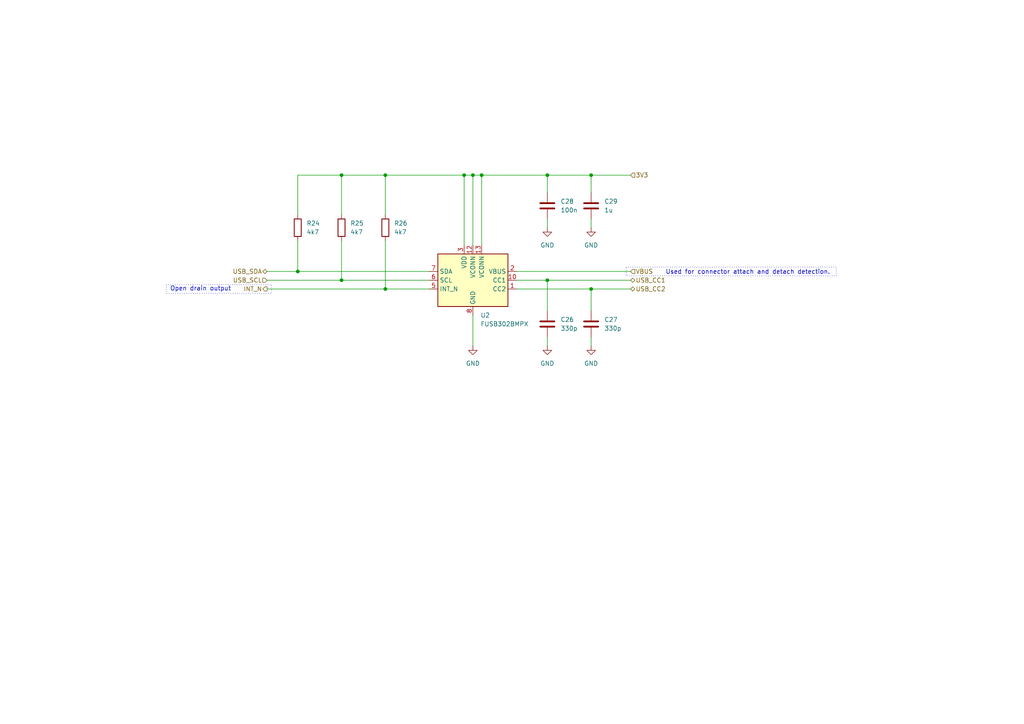
<source format=kicad_sch>
(kicad_sch
	(version 20231120)
	(generator "eeschema")
	(generator_version "8.0")
	(uuid "cf18768f-e332-4360-9e1a-91d7fc7e160c")
	(paper "A4")
	(lib_symbols
		(symbol "Device:C"
			(pin_numbers hide)
			(pin_names
				(offset 0.254)
			)
			(exclude_from_sim no)
			(in_bom yes)
			(on_board yes)
			(property "Reference" "C"
				(at 0.635 2.54 0)
				(effects
					(font
						(size 1.27 1.27)
					)
					(justify left)
				)
			)
			(property "Value" "C"
				(at 0.635 -2.54 0)
				(effects
					(font
						(size 1.27 1.27)
					)
					(justify left)
				)
			)
			(property "Footprint" ""
				(at 0.9652 -3.81 0)
				(effects
					(font
						(size 1.27 1.27)
					)
					(hide yes)
				)
			)
			(property "Datasheet" "~"
				(at 0 0 0)
				(effects
					(font
						(size 1.27 1.27)
					)
					(hide yes)
				)
			)
			(property "Description" "Unpolarized capacitor"
				(at 0 0 0)
				(effects
					(font
						(size 1.27 1.27)
					)
					(hide yes)
				)
			)
			(property "ki_keywords" "cap capacitor"
				(at 0 0 0)
				(effects
					(font
						(size 1.27 1.27)
					)
					(hide yes)
				)
			)
			(property "ki_fp_filters" "C_*"
				(at 0 0 0)
				(effects
					(font
						(size 1.27 1.27)
					)
					(hide yes)
				)
			)
			(symbol "C_0_1"
				(polyline
					(pts
						(xy -2.032 -0.762) (xy 2.032 -0.762)
					)
					(stroke
						(width 0.508)
						(type default)
					)
					(fill
						(type none)
					)
				)
				(polyline
					(pts
						(xy -2.032 0.762) (xy 2.032 0.762)
					)
					(stroke
						(width 0.508)
						(type default)
					)
					(fill
						(type none)
					)
				)
			)
			(symbol "C_1_1"
				(pin passive line
					(at 0 3.81 270)
					(length 2.794)
					(name "~"
						(effects
							(font
								(size 1.27 1.27)
							)
						)
					)
					(number "1"
						(effects
							(font
								(size 1.27 1.27)
							)
						)
					)
				)
				(pin passive line
					(at 0 -3.81 90)
					(length 2.794)
					(name "~"
						(effects
							(font
								(size 1.27 1.27)
							)
						)
					)
					(number "2"
						(effects
							(font
								(size 1.27 1.27)
							)
						)
					)
				)
			)
		)
		(symbol "Device:R"
			(pin_numbers hide)
			(pin_names
				(offset 0)
			)
			(exclude_from_sim no)
			(in_bom yes)
			(on_board yes)
			(property "Reference" "R"
				(at 2.032 0 90)
				(effects
					(font
						(size 1.27 1.27)
					)
				)
			)
			(property "Value" "R"
				(at 0 0 90)
				(effects
					(font
						(size 1.27 1.27)
					)
				)
			)
			(property "Footprint" ""
				(at -1.778 0 90)
				(effects
					(font
						(size 1.27 1.27)
					)
					(hide yes)
				)
			)
			(property "Datasheet" "~"
				(at 0 0 0)
				(effects
					(font
						(size 1.27 1.27)
					)
					(hide yes)
				)
			)
			(property "Description" "Resistor"
				(at 0 0 0)
				(effects
					(font
						(size 1.27 1.27)
					)
					(hide yes)
				)
			)
			(property "ki_keywords" "R res resistor"
				(at 0 0 0)
				(effects
					(font
						(size 1.27 1.27)
					)
					(hide yes)
				)
			)
			(property "ki_fp_filters" "R_*"
				(at 0 0 0)
				(effects
					(font
						(size 1.27 1.27)
					)
					(hide yes)
				)
			)
			(symbol "R_0_1"
				(rectangle
					(start -1.016 -2.54)
					(end 1.016 2.54)
					(stroke
						(width 0.254)
						(type default)
					)
					(fill
						(type none)
					)
				)
			)
			(symbol "R_1_1"
				(pin passive line
					(at 0 3.81 270)
					(length 1.27)
					(name "~"
						(effects
							(font
								(size 1.27 1.27)
							)
						)
					)
					(number "1"
						(effects
							(font
								(size 1.27 1.27)
							)
						)
					)
				)
				(pin passive line
					(at 0 -3.81 90)
					(length 1.27)
					(name "~"
						(effects
							(font
								(size 1.27 1.27)
							)
						)
					)
					(number "2"
						(effects
							(font
								(size 1.27 1.27)
							)
						)
					)
				)
			)
		)
		(symbol "Interface_USB:FUSB302BMPX"
			(exclude_from_sim no)
			(in_bom yes)
			(on_board yes)
			(property "Reference" "U"
				(at -10.16 8.89 0)
				(effects
					(font
						(size 1.27 1.27)
					)
					(justify left)
				)
			)
			(property "Value" "FUSB302BMPX"
				(at 3.81 8.89 0)
				(effects
					(font
						(size 1.27 1.27)
					)
					(justify left)
				)
			)
			(property "Footprint" "Package_DFN_QFN:WQFN-14-1EP_2.5x2.5mm_P0.5mm_EP1.45x1.45mm"
				(at 0 -12.7 0)
				(effects
					(font
						(size 1.27 1.27)
					)
					(hide yes)
				)
			)
			(property "Datasheet" "http://www.onsemi.com/pub/Collateral/FUSB302B-D.PDF"
				(at 2.54 -10.16 0)
				(effects
					(font
						(size 1.27 1.27)
					)
					(hide yes)
				)
			)
			(property "Description" "Programmable USB Type-C Controller w/PD, I2C address 0x22, WQFN-14"
				(at 0 0 0)
				(effects
					(font
						(size 1.27 1.27)
					)
					(hide yes)
				)
			)
			(property "ki_keywords" "USB USB-C PD Power Delivery PHY"
				(at 0 0 0)
				(effects
					(font
						(size 1.27 1.27)
					)
					(hide yes)
				)
			)
			(property "ki_fp_filters" "WQFN*1EP*2.5x2.5mm*P0.5mm*"
				(at 0 0 0)
				(effects
					(font
						(size 1.27 1.27)
					)
					(hide yes)
				)
			)
			(symbol "FUSB302BMPX_0_1"
				(rectangle
					(start -10.16 7.62)
					(end 10.16 -7.62)
					(stroke
						(width 0.254)
						(type default)
					)
					(fill
						(type background)
					)
				)
			)
			(symbol "FUSB302BMPX_1_1"
				(pin bidirectional line
					(at 12.7 -2.54 180)
					(length 2.54)
					(name "CC2"
						(effects
							(font
								(size 1.27 1.27)
							)
						)
					)
					(number "1"
						(effects
							(font
								(size 1.27 1.27)
							)
						)
					)
				)
				(pin bidirectional line
					(at 12.7 0 180)
					(length 2.54)
					(name "CC1"
						(effects
							(font
								(size 1.27 1.27)
							)
						)
					)
					(number "10"
						(effects
							(font
								(size 1.27 1.27)
							)
						)
					)
				)
				(pin bidirectional line
					(at 12.7 0 180)
					(length 2.54) hide
					(name "CC1"
						(effects
							(font
								(size 1.27 1.27)
							)
						)
					)
					(number "11"
						(effects
							(font
								(size 1.27 1.27)
							)
						)
					)
				)
				(pin power_in line
					(at 0 10.16 270)
					(length 2.54)
					(name "VCONN"
						(effects
							(font
								(size 1.27 1.27)
							)
						)
					)
					(number "12"
						(effects
							(font
								(size 1.27 1.27)
							)
						)
					)
				)
				(pin power_in line
					(at 2.54 10.16 270)
					(length 2.54)
					(name "VCONN"
						(effects
							(font
								(size 1.27 1.27)
							)
						)
					)
					(number "13"
						(effects
							(font
								(size 1.27 1.27)
							)
						)
					)
				)
				(pin bidirectional line
					(at 12.7 -2.54 180)
					(length 2.54) hide
					(name "CC2"
						(effects
							(font
								(size 1.27 1.27)
							)
						)
					)
					(number "14"
						(effects
							(font
								(size 1.27 1.27)
							)
						)
					)
				)
				(pin passive line
					(at 0 -10.16 90)
					(length 2.54) hide
					(name "GND"
						(effects
							(font
								(size 1.27 1.27)
							)
						)
					)
					(number "15"
						(effects
							(font
								(size 1.27 1.27)
							)
						)
					)
				)
				(pin input line
					(at 12.7 2.54 180)
					(length 2.54)
					(name "VBUS"
						(effects
							(font
								(size 1.27 1.27)
							)
						)
					)
					(number "2"
						(effects
							(font
								(size 1.27 1.27)
							)
						)
					)
				)
				(pin power_in line
					(at -2.54 10.16 270)
					(length 2.54)
					(name "VDD"
						(effects
							(font
								(size 1.27 1.27)
							)
						)
					)
					(number "3"
						(effects
							(font
								(size 1.27 1.27)
							)
						)
					)
				)
				(pin passive line
					(at -2.54 10.16 270)
					(length 2.54) hide
					(name "VDD"
						(effects
							(font
								(size 1.27 1.27)
							)
						)
					)
					(number "4"
						(effects
							(font
								(size 1.27 1.27)
							)
						)
					)
				)
				(pin open_collector line
					(at -12.7 -2.54 0)
					(length 2.54)
					(name "INT_N"
						(effects
							(font
								(size 1.27 1.27)
							)
						)
					)
					(number "5"
						(effects
							(font
								(size 1.27 1.27)
							)
						)
					)
				)
				(pin input line
					(at -12.7 0 0)
					(length 2.54)
					(name "SCL"
						(effects
							(font
								(size 1.27 1.27)
							)
						)
					)
					(number "6"
						(effects
							(font
								(size 1.27 1.27)
							)
						)
					)
				)
				(pin bidirectional line
					(at -12.7 2.54 0)
					(length 2.54)
					(name "SDA"
						(effects
							(font
								(size 1.27 1.27)
							)
						)
					)
					(number "7"
						(effects
							(font
								(size 1.27 1.27)
							)
						)
					)
				)
				(pin power_in line
					(at 0 -10.16 90)
					(length 2.54)
					(name "GND"
						(effects
							(font
								(size 1.27 1.27)
							)
						)
					)
					(number "8"
						(effects
							(font
								(size 1.27 1.27)
							)
						)
					)
				)
				(pin passive line
					(at 0 -10.16 90)
					(length 2.54) hide
					(name "GND"
						(effects
							(font
								(size 1.27 1.27)
							)
						)
					)
					(number "9"
						(effects
							(font
								(size 1.27 1.27)
							)
						)
					)
				)
			)
		)
		(symbol "power:GND"
			(power)
			(pin_numbers hide)
			(pin_names
				(offset 0) hide)
			(exclude_from_sim no)
			(in_bom yes)
			(on_board yes)
			(property "Reference" "#PWR"
				(at 0 -6.35 0)
				(effects
					(font
						(size 1.27 1.27)
					)
					(hide yes)
				)
			)
			(property "Value" "GND"
				(at 0 -3.81 0)
				(effects
					(font
						(size 1.27 1.27)
					)
				)
			)
			(property "Footprint" ""
				(at 0 0 0)
				(effects
					(font
						(size 1.27 1.27)
					)
					(hide yes)
				)
			)
			(property "Datasheet" ""
				(at 0 0 0)
				(effects
					(font
						(size 1.27 1.27)
					)
					(hide yes)
				)
			)
			(property "Description" "Power symbol creates a global label with name \"GND\" , ground"
				(at 0 0 0)
				(effects
					(font
						(size 1.27 1.27)
					)
					(hide yes)
				)
			)
			(property "ki_keywords" "global power"
				(at 0 0 0)
				(effects
					(font
						(size 1.27 1.27)
					)
					(hide yes)
				)
			)
			(symbol "GND_0_1"
				(polyline
					(pts
						(xy 0 0) (xy 0 -1.27) (xy 1.27 -1.27) (xy 0 -2.54) (xy -1.27 -1.27) (xy 0 -1.27)
					)
					(stroke
						(width 0)
						(type default)
					)
					(fill
						(type none)
					)
				)
			)
			(symbol "GND_1_1"
				(pin power_in line
					(at 0 0 270)
					(length 0)
					(name "~"
						(effects
							(font
								(size 1.27 1.27)
							)
						)
					)
					(number "1"
						(effects
							(font
								(size 1.27 1.27)
							)
						)
					)
				)
			)
		)
	)
	(junction
		(at 99.06 81.28)
		(diameter 0)
		(color 0 0 0 0)
		(uuid "23297147-137a-49cb-a44f-36153987b391")
	)
	(junction
		(at 158.75 81.28)
		(diameter 0)
		(color 0 0 0 0)
		(uuid "2764c259-3449-4499-b137-5cd9fc6f8dda")
	)
	(junction
		(at 111.76 50.8)
		(diameter 0)
		(color 0 0 0 0)
		(uuid "38c49ac8-e0f6-4b8f-a196-fde4760aa6a1")
	)
	(junction
		(at 111.76 83.82)
		(diameter 0)
		(color 0 0 0 0)
		(uuid "6725b7df-0bcd-434c-b8ee-91ba2ab81518")
	)
	(junction
		(at 139.7 50.8)
		(diameter 0)
		(color 0 0 0 0)
		(uuid "8b7099a6-062a-4f11-8b83-c5b33c770c3a")
	)
	(junction
		(at 158.75 50.8)
		(diameter 0)
		(color 0 0 0 0)
		(uuid "91a86896-8638-40d8-8263-92b067c89a61")
	)
	(junction
		(at 134.62 50.8)
		(diameter 0)
		(color 0 0 0 0)
		(uuid "ab8000d7-4bdf-4a9b-ad7d-102338c9881f")
	)
	(junction
		(at 86.36 78.74)
		(diameter 0)
		(color 0 0 0 0)
		(uuid "b0de9803-fe8b-4ea2-ac83-c520f40ed41d")
	)
	(junction
		(at 99.06 50.8)
		(diameter 0)
		(color 0 0 0 0)
		(uuid "b26596ff-4c8a-40a5-aec6-d0b837f5e38b")
	)
	(junction
		(at 171.45 83.82)
		(diameter 0)
		(color 0 0 0 0)
		(uuid "bbec7683-696c-4cbb-bab4-693c1a3abba4")
	)
	(junction
		(at 137.16 50.8)
		(diameter 0)
		(color 0 0 0 0)
		(uuid "d9349005-d4ee-4d15-a935-0d3bb599f10c")
	)
	(junction
		(at 171.45 50.8)
		(diameter 0)
		(color 0 0 0 0)
		(uuid "db7177ea-fead-48af-8246-a4ff54ec557c")
	)
	(wire
		(pts
			(xy 171.45 83.82) (xy 182.88 83.82)
		)
		(stroke
			(width 0)
			(type default)
		)
		(uuid "02096940-a8d7-4a95-85ac-41c2a7771eaf")
	)
	(wire
		(pts
			(xy 99.06 50.8) (xy 111.76 50.8)
		)
		(stroke
			(width 0)
			(type default)
		)
		(uuid "02e4d3f0-ea3a-478d-ad6a-6673a4ae94e0")
	)
	(wire
		(pts
			(xy 134.62 50.8) (xy 134.62 71.12)
		)
		(stroke
			(width 0)
			(type default)
		)
		(uuid "05a5e866-0067-441e-9f41-d904ada9dfce")
	)
	(wire
		(pts
			(xy 111.76 69.85) (xy 111.76 83.82)
		)
		(stroke
			(width 0)
			(type default)
		)
		(uuid "0ae3d16a-e4d6-4d32-ba93-acbdcbec48e7")
	)
	(wire
		(pts
			(xy 77.47 78.74) (xy 86.36 78.74)
		)
		(stroke
			(width 0)
			(type default)
		)
		(uuid "0e060beb-bb33-4ad3-85e6-9c6a6c99682d")
	)
	(wire
		(pts
			(xy 111.76 83.82) (xy 124.46 83.82)
		)
		(stroke
			(width 0)
			(type default)
		)
		(uuid "0f3ff346-3be0-4fc8-a41e-8dedfcd4ed9a")
	)
	(wire
		(pts
			(xy 171.45 63.5) (xy 171.45 66.04)
		)
		(stroke
			(width 0)
			(type default)
		)
		(uuid "13e5d174-8d1a-44a2-9e22-5d0dc124533a")
	)
	(wire
		(pts
			(xy 171.45 97.79) (xy 171.45 100.33)
		)
		(stroke
			(width 0)
			(type default)
		)
		(uuid "160f4384-5bd5-495a-90ba-6dffe215ea19")
	)
	(wire
		(pts
			(xy 139.7 50.8) (xy 139.7 71.12)
		)
		(stroke
			(width 0)
			(type default)
		)
		(uuid "294b15e8-85c6-4be0-80bf-791256e31aa2")
	)
	(wire
		(pts
			(xy 149.86 78.74) (xy 182.88 78.74)
		)
		(stroke
			(width 0)
			(type default)
		)
		(uuid "3439cecf-5904-4b4b-83c6-33425d6d6587")
	)
	(wire
		(pts
			(xy 149.86 83.82) (xy 171.45 83.82)
		)
		(stroke
			(width 0)
			(type default)
		)
		(uuid "38580a4e-0af8-4a60-bac6-695f22f75f97")
	)
	(wire
		(pts
			(xy 139.7 50.8) (xy 137.16 50.8)
		)
		(stroke
			(width 0)
			(type default)
		)
		(uuid "3db42619-40ac-4a10-a6ce-4b20c35fac53")
	)
	(wire
		(pts
			(xy 86.36 78.74) (xy 124.46 78.74)
		)
		(stroke
			(width 0)
			(type default)
		)
		(uuid "3ed68796-3f63-4b5c-9a91-5d66d5d888cb")
	)
	(wire
		(pts
			(xy 137.16 50.8) (xy 134.62 50.8)
		)
		(stroke
			(width 0)
			(type default)
		)
		(uuid "44d8d7d8-724b-4ff1-b36e-ee9d6f1fc3d1")
	)
	(wire
		(pts
			(xy 182.88 50.8) (xy 171.45 50.8)
		)
		(stroke
			(width 0)
			(type default)
		)
		(uuid "4edda6ec-370c-438b-a731-0bb170a73861")
	)
	(wire
		(pts
			(xy 86.36 50.8) (xy 99.06 50.8)
		)
		(stroke
			(width 0)
			(type default)
		)
		(uuid "58f7a626-22fe-4bf6-a810-3579a519b8ce")
	)
	(wire
		(pts
			(xy 86.36 69.85) (xy 86.36 78.74)
		)
		(stroke
			(width 0)
			(type default)
		)
		(uuid "59dfbfb0-979e-437d-a12c-191b21ac9227")
	)
	(wire
		(pts
			(xy 158.75 50.8) (xy 158.75 55.88)
		)
		(stroke
			(width 0)
			(type default)
		)
		(uuid "67efef76-fd79-40f4-a8de-01c620f8dada")
	)
	(wire
		(pts
			(xy 111.76 50.8) (xy 134.62 50.8)
		)
		(stroke
			(width 0)
			(type default)
		)
		(uuid "6fecb408-3be1-4852-a627-6684d9cde006")
	)
	(wire
		(pts
			(xy 158.75 50.8) (xy 139.7 50.8)
		)
		(stroke
			(width 0)
			(type default)
		)
		(uuid "70cb75b5-6c07-4bad-b8b9-871063ac31fb")
	)
	(wire
		(pts
			(xy 171.45 50.8) (xy 158.75 50.8)
		)
		(stroke
			(width 0)
			(type default)
		)
		(uuid "7356d0e6-a27e-49cc-b1b8-991038d06520")
	)
	(wire
		(pts
			(xy 111.76 50.8) (xy 111.76 62.23)
		)
		(stroke
			(width 0)
			(type default)
		)
		(uuid "81d6341a-223f-4a41-a84b-6047501f39f1")
	)
	(wire
		(pts
			(xy 99.06 81.28) (xy 124.46 81.28)
		)
		(stroke
			(width 0)
			(type default)
		)
		(uuid "859400cb-cd0f-4027-9959-8fe70aec0401")
	)
	(wire
		(pts
			(xy 77.47 83.82) (xy 111.76 83.82)
		)
		(stroke
			(width 0)
			(type default)
		)
		(uuid "87b4e798-1338-443c-af5a-6203c79e0aef")
	)
	(wire
		(pts
			(xy 158.75 97.79) (xy 158.75 100.33)
		)
		(stroke
			(width 0)
			(type default)
		)
		(uuid "8c275f90-ac8c-4719-9796-03bd11cd67a3")
	)
	(wire
		(pts
			(xy 158.75 81.28) (xy 182.88 81.28)
		)
		(stroke
			(width 0)
			(type default)
		)
		(uuid "9dfb8cd9-80d7-48fd-8576-d4ecf9f1664f")
	)
	(wire
		(pts
			(xy 158.75 63.5) (xy 158.75 66.04)
		)
		(stroke
			(width 0)
			(type default)
		)
		(uuid "a0bd4c7a-982a-4b49-867c-17ffc8481d5d")
	)
	(wire
		(pts
			(xy 158.75 81.28) (xy 149.86 81.28)
		)
		(stroke
			(width 0)
			(type default)
		)
		(uuid "a32ff343-eb28-4692-b40d-1cf6350dc88a")
	)
	(wire
		(pts
			(xy 137.16 100.33) (xy 137.16 91.44)
		)
		(stroke
			(width 0)
			(type default)
		)
		(uuid "a4c23758-80b4-4b3c-ac15-df1f31fe6222")
	)
	(wire
		(pts
			(xy 77.47 81.28) (xy 99.06 81.28)
		)
		(stroke
			(width 0)
			(type default)
		)
		(uuid "c05d7de3-7fdd-4faf-a0c3-fc6e29f03543")
	)
	(wire
		(pts
			(xy 158.75 90.17) (xy 158.75 81.28)
		)
		(stroke
			(width 0)
			(type default)
		)
		(uuid "c6cc11d9-3b26-4fd9-9444-8a07964e9214")
	)
	(wire
		(pts
			(xy 99.06 69.85) (xy 99.06 81.28)
		)
		(stroke
			(width 0)
			(type default)
		)
		(uuid "d24bda3e-c94a-48ec-b66a-adf3cc1cc8ba")
	)
	(wire
		(pts
			(xy 99.06 50.8) (xy 99.06 62.23)
		)
		(stroke
			(width 0)
			(type default)
		)
		(uuid "d286fc0d-1f05-4ae2-8071-aa1ec47fc640")
	)
	(wire
		(pts
			(xy 171.45 50.8) (xy 171.45 55.88)
		)
		(stroke
			(width 0)
			(type default)
		)
		(uuid "e42b7bdb-9d31-4141-8dd7-9d313339ee68")
	)
	(wire
		(pts
			(xy 86.36 62.23) (xy 86.36 50.8)
		)
		(stroke
			(width 0)
			(type default)
		)
		(uuid "e5ad6a60-586b-4724-8d78-820f16fa9498")
	)
	(wire
		(pts
			(xy 137.16 50.8) (xy 137.16 71.12)
		)
		(stroke
			(width 0)
			(type default)
		)
		(uuid "f2313f57-d658-4aab-9c73-eb2ed87c8a26")
	)
	(wire
		(pts
			(xy 171.45 83.82) (xy 171.45 90.17)
		)
		(stroke
			(width 0)
			(type default)
		)
		(uuid "f861ffc2-2645-40e3-856e-04599c6a8bc8")
	)
	(rectangle
		(start 181.61 77.47)
		(end 242.57 80.01)
		(stroke
			(width 0)
			(type dot)
		)
		(fill
			(type none)
		)
		(uuid 411e97fc-97f9-4f53-a5ab-62b677d4ac24)
	)
	(rectangle
		(start 48.26 82.55)
		(end 78.74 85.09)
		(stroke
			(width 0)
			(type dot)
		)
		(fill
			(type none)
		)
		(uuid ebb01914-854f-47a2-a4b1-a0bbcb2043bf)
	)
	(text "Open drain output "
		(exclude_from_sim no)
		(at 58.674 83.82 0)
		(effects
			(font
				(size 1.27 1.27)
			)
		)
		(uuid "0afa761b-3f3b-40cd-8a8c-bca1c65362a4")
	)
	(text "Used for connector attach and detach detection."
		(exclude_from_sim no)
		(at 216.916 78.994 0)
		(effects
			(font
				(size 1.27 1.27)
			)
		)
		(uuid "8f1651d7-ec32-42b5-969e-56ece6d391f0")
	)
	(hierarchical_label "USB_CC2"
		(shape bidirectional)
		(at 182.88 83.82 0)
		(effects
			(font
				(size 1.27 1.27)
			)
			(justify left)
		)
		(uuid "0b6e9446-0c3d-4dd4-9568-e7e10d6e82db")
	)
	(hierarchical_label "INT_N"
		(shape output)
		(at 77.47 83.82 180)
		(effects
			(font
				(size 1.27 1.27)
			)
			(justify right)
		)
		(uuid "2ae8ab22-578e-4651-b894-75f6a37c6513")
	)
	(hierarchical_label "USB_SCL"
		(shape input)
		(at 77.47 81.28 180)
		(effects
			(font
				(size 1.27 1.27)
			)
			(justify right)
		)
		(uuid "39a963ec-d763-4750-ac80-899c9424b902")
	)
	(hierarchical_label "VBUS"
		(shape input)
		(at 182.88 78.74 0)
		(effects
			(font
				(size 1.27 1.27)
			)
			(justify left)
		)
		(uuid "8836e620-6a23-409c-ab3f-e42a18d0af1f")
	)
	(hierarchical_label "USB_SDA"
		(shape bidirectional)
		(at 77.47 78.74 180)
		(effects
			(font
				(size 1.27 1.27)
			)
			(justify right)
		)
		(uuid "89932096-f300-41d4-be7a-1583c2c19679")
	)
	(hierarchical_label "USB_CC1"
		(shape bidirectional)
		(at 182.88 81.28 0)
		(effects
			(font
				(size 1.27 1.27)
			)
			(justify left)
		)
		(uuid "90fb2ce8-8b9b-49e4-9c0e-6d3c6548f9b4")
	)
	(hierarchical_label "3V3"
		(shape input)
		(at 182.88 50.8 0)
		(effects
			(font
				(size 1.27 1.27)
			)
			(justify left)
		)
		(uuid "a5cddf03-dbe4-4947-b2e3-06ca6fd3e663")
	)
	(symbol
		(lib_id "power:GND")
		(at 171.45 66.04 0)
		(unit 1)
		(exclude_from_sim no)
		(in_bom yes)
		(on_board yes)
		(dnp no)
		(fields_autoplaced yes)
		(uuid "1d8f481e-8b91-48eb-9902-ebe4b703d732")
		(property "Reference" "#PWR053"
			(at 171.45 72.39 0)
			(effects
				(font
					(size 1.27 1.27)
				)
				(hide yes)
			)
		)
		(property "Value" "GND"
			(at 171.45 71.12 0)
			(effects
				(font
					(size 1.27 1.27)
				)
			)
		)
		(property "Footprint" ""
			(at 171.45 66.04 0)
			(effects
				(font
					(size 1.27 1.27)
				)
				(hide yes)
			)
		)
		(property "Datasheet" ""
			(at 171.45 66.04 0)
			(effects
				(font
					(size 1.27 1.27)
				)
				(hide yes)
			)
		)
		(property "Description" "Power symbol creates a global label with name \"GND\" , ground"
			(at 171.45 66.04 0)
			(effects
				(font
					(size 1.27 1.27)
				)
				(hide yes)
			)
		)
		(pin "1"
			(uuid "789cdce1-0f69-45f9-b780-d9a507e5d447")
		)
		(instances
			(project "obvod"
				(path "/e8e834c4-1afb-42f7-b718-3cb720dae1d5/fdd3d46b-c5ef-429c-ba04-a467d2c6100e"
					(reference "#PWR053")
					(unit 1)
				)
			)
		)
	)
	(symbol
		(lib_id "Device:C")
		(at 158.75 93.98 0)
		(unit 1)
		(exclude_from_sim no)
		(in_bom yes)
		(on_board yes)
		(dnp no)
		(fields_autoplaced yes)
		(uuid "1f555d32-117f-44f8-be6b-2bbb70efa17e")
		(property "Reference" "C26"
			(at 162.56 92.7099 0)
			(effects
				(font
					(size 1.27 1.27)
				)
				(justify left)
			)
		)
		(property "Value" "330p"
			(at 162.56 95.2499 0)
			(effects
				(font
					(size 1.27 1.27)
				)
				(justify left)
			)
		)
		(property "Footprint" "Capacitor_SMD:C_0402_1005Metric"
			(at 159.7152 97.79 0)
			(effects
				(font
					(size 1.27 1.27)
				)
				(hide yes)
			)
		)
		(property "Datasheet" "~"
			(at 158.75 93.98 0)
			(effects
				(font
					(size 1.27 1.27)
				)
				(hide yes)
			)
		)
		(property "Description" "Unpolarized capacitor"
			(at 158.75 93.98 0)
			(effects
				(font
					(size 1.27 1.27)
				)
				(hide yes)
			)
		)
		(pin "2"
			(uuid "8da92b0f-59c5-4916-8012-626bc5c965f5")
		)
		(pin "1"
			(uuid "2b902f0d-8f53-4ec7-9c8a-fc2972115652")
		)
		(instances
			(project ""
				(path "/e8e834c4-1afb-42f7-b718-3cb720dae1d5/fdd3d46b-c5ef-429c-ba04-a467d2c6100e"
					(reference "C26")
					(unit 1)
				)
			)
		)
	)
	(symbol
		(lib_id "Device:R")
		(at 86.36 66.04 0)
		(unit 1)
		(exclude_from_sim no)
		(in_bom yes)
		(on_board yes)
		(dnp no)
		(fields_autoplaced yes)
		(uuid "2b297a0e-c0ac-4de7-8d9d-20a7e632185b")
		(property "Reference" "R24"
			(at 88.9 64.7699 0)
			(effects
				(font
					(size 1.27 1.27)
				)
				(justify left)
			)
		)
		(property "Value" "4k7"
			(at 88.9 67.3099 0)
			(effects
				(font
					(size 1.27 1.27)
				)
				(justify left)
			)
		)
		(property "Footprint" "Resistor_SMD:R_0402_1005Metric"
			(at 84.582 66.04 90)
			(effects
				(font
					(size 1.27 1.27)
				)
				(hide yes)
			)
		)
		(property "Datasheet" "~"
			(at 86.36 66.04 0)
			(effects
				(font
					(size 1.27 1.27)
				)
				(hide yes)
			)
		)
		(property "Description" "Resistor"
			(at 86.36 66.04 0)
			(effects
				(font
					(size 1.27 1.27)
				)
				(hide yes)
			)
		)
		(pin "1"
			(uuid "a1eff955-2b99-4e2f-ad4c-22cd18265ebc")
		)
		(pin "2"
			(uuid "1c475e44-4360-41e9-93b6-56412f2abbb1")
		)
		(instances
			(project ""
				(path "/e8e834c4-1afb-42f7-b718-3cb720dae1d5/fdd3d46b-c5ef-429c-ba04-a467d2c6100e"
					(reference "R24")
					(unit 1)
				)
			)
		)
	)
	(symbol
		(lib_id "power:GND")
		(at 158.75 66.04 0)
		(unit 1)
		(exclude_from_sim no)
		(in_bom yes)
		(on_board yes)
		(dnp no)
		(fields_autoplaced yes)
		(uuid "3760edf5-a1e6-4884-80af-e6e9b7765581")
		(property "Reference" "#PWR052"
			(at 158.75 72.39 0)
			(effects
				(font
					(size 1.27 1.27)
				)
				(hide yes)
			)
		)
		(property "Value" "GND"
			(at 158.75 71.12 0)
			(effects
				(font
					(size 1.27 1.27)
				)
			)
		)
		(property "Footprint" ""
			(at 158.75 66.04 0)
			(effects
				(font
					(size 1.27 1.27)
				)
				(hide yes)
			)
		)
		(property "Datasheet" ""
			(at 158.75 66.04 0)
			(effects
				(font
					(size 1.27 1.27)
				)
				(hide yes)
			)
		)
		(property "Description" "Power symbol creates a global label with name \"GND\" , ground"
			(at 158.75 66.04 0)
			(effects
				(font
					(size 1.27 1.27)
				)
				(hide yes)
			)
		)
		(pin "1"
			(uuid "60011064-a5f6-4ae0-919f-40bc3601551c")
		)
		(instances
			(project "obvod"
				(path "/e8e834c4-1afb-42f7-b718-3cb720dae1d5/fdd3d46b-c5ef-429c-ba04-a467d2c6100e"
					(reference "#PWR052")
					(unit 1)
				)
			)
		)
	)
	(symbol
		(lib_id "power:GND")
		(at 137.16 100.33 0)
		(unit 1)
		(exclude_from_sim no)
		(in_bom yes)
		(on_board yes)
		(dnp no)
		(fields_autoplaced yes)
		(uuid "6583faac-c5ef-4c4b-bd5a-04431ff69865")
		(property "Reference" "#PWR048"
			(at 137.16 106.68 0)
			(effects
				(font
					(size 1.27 1.27)
				)
				(hide yes)
			)
		)
		(property "Value" "GND"
			(at 137.16 105.41 0)
			(effects
				(font
					(size 1.27 1.27)
				)
			)
		)
		(property "Footprint" ""
			(at 137.16 100.33 0)
			(effects
				(font
					(size 1.27 1.27)
				)
				(hide yes)
			)
		)
		(property "Datasheet" ""
			(at 137.16 100.33 0)
			(effects
				(font
					(size 1.27 1.27)
				)
				(hide yes)
			)
		)
		(property "Description" "Power symbol creates a global label with name \"GND\" , ground"
			(at 137.16 100.33 0)
			(effects
				(font
					(size 1.27 1.27)
				)
				(hide yes)
			)
		)
		(pin "1"
			(uuid "cf020140-1e64-4683-b028-6fe01b8e57e8")
		)
		(instances
			(project ""
				(path "/e8e834c4-1afb-42f7-b718-3cb720dae1d5/fdd3d46b-c5ef-429c-ba04-a467d2c6100e"
					(reference "#PWR048")
					(unit 1)
				)
			)
		)
	)
	(symbol
		(lib_id "Interface_USB:FUSB302BMPX")
		(at 137.16 81.28 0)
		(unit 1)
		(exclude_from_sim no)
		(in_bom yes)
		(on_board yes)
		(dnp no)
		(fields_autoplaced yes)
		(uuid "98818bc1-07dc-4f7a-8700-9f341b0e517c")
		(property "Reference" "U2"
			(at 139.3541 91.44 0)
			(effects
				(font
					(size 1.27 1.27)
				)
				(justify left)
			)
		)
		(property "Value" "FUSB302BMPX"
			(at 139.3541 93.98 0)
			(effects
				(font
					(size 1.27 1.27)
				)
				(justify left)
			)
		)
		(property "Footprint" "Package_DFN_QFN:WQFN-14-1EP_2.5x2.5mm_P0.5mm_EP1.45x1.45mm"
			(at 137.16 93.98 0)
			(effects
				(font
					(size 1.27 1.27)
				)
				(hide yes)
			)
		)
		(property "Datasheet" "http://www.onsemi.com/pub/Collateral/FUSB302B-D.PDF"
			(at 139.7 91.44 0)
			(effects
				(font
					(size 1.27 1.27)
				)
				(hide yes)
			)
		)
		(property "Description" "Programmable USB Type-C Controller w/PD, I2C address 0x22, WQFN-14"
			(at 137.16 81.28 0)
			(effects
				(font
					(size 1.27 1.27)
				)
				(hide yes)
			)
		)
		(pin "9"
			(uuid "445572c5-7f17-45f6-bf34-ab11ba2f6944")
		)
		(pin "8"
			(uuid "9632f2fc-d644-49d8-9b26-b405f0b214bd")
		)
		(pin "6"
			(uuid "e34bc61c-3a85-4e29-b35d-15dbc11de224")
		)
		(pin "5"
			(uuid "9c2c981d-b9d0-4357-83ef-eb6609e8dc7d")
		)
		(pin "7"
			(uuid "df10063d-77c1-47b2-8a52-c4bcd5978bd2")
		)
		(pin "4"
			(uuid "3d4be1b6-b70a-4831-a9c5-8353a09d18af")
		)
		(pin "3"
			(uuid "b628538a-2258-44be-8dea-a72f73f40efe")
		)
		(pin "10"
			(uuid "30721faf-f5e4-4e6a-8fb7-401f0de7795c")
		)
		(pin "14"
			(uuid "993c2f6a-74a5-44cb-94fd-5228f911cd5a")
		)
		(pin "2"
			(uuid "445fe16f-6cdf-48f8-aa3f-af9f61386b10")
		)
		(pin "1"
			(uuid "6f26c029-e76e-4f1a-98ff-077227680907")
		)
		(pin "13"
			(uuid "19ee1490-6313-41a9-b073-8d80ef27ad32")
		)
		(pin "15"
			(uuid "c99843d7-4ec0-42e7-8ddc-f046b602b1f4")
		)
		(pin "12"
			(uuid "16699ec2-862b-4055-9e73-9ef18d12ced1")
		)
		(pin "11"
			(uuid "9410635a-81af-4089-99b5-76c019922eb6")
		)
		(instances
			(project "obvod"
				(path "/e8e834c4-1afb-42f7-b718-3cb720dae1d5/fdd3d46b-c5ef-429c-ba04-a467d2c6100e"
					(reference "U2")
					(unit 1)
				)
			)
		)
	)
	(symbol
		(lib_id "Device:R")
		(at 99.06 66.04 0)
		(unit 1)
		(exclude_from_sim no)
		(in_bom yes)
		(on_board yes)
		(dnp no)
		(fields_autoplaced yes)
		(uuid "9e3bd00a-46be-41cc-beb2-411cae3eed50")
		(property "Reference" "R25"
			(at 101.6 64.7699 0)
			(effects
				(font
					(size 1.27 1.27)
				)
				(justify left)
			)
		)
		(property "Value" "4k7"
			(at 101.6 67.3099 0)
			(effects
				(font
					(size 1.27 1.27)
				)
				(justify left)
			)
		)
		(property "Footprint" "Resistor_SMD:R_0402_1005Metric"
			(at 97.282 66.04 90)
			(effects
				(font
					(size 1.27 1.27)
				)
				(hide yes)
			)
		)
		(property "Datasheet" "~"
			(at 99.06 66.04 0)
			(effects
				(font
					(size 1.27 1.27)
				)
				(hide yes)
			)
		)
		(property "Description" "Resistor"
			(at 99.06 66.04 0)
			(effects
				(font
					(size 1.27 1.27)
				)
				(hide yes)
			)
		)
		(pin "1"
			(uuid "8e77c912-8d8e-4cb1-932a-d82c76b1468a")
		)
		(pin "2"
			(uuid "fdf6b70e-12ad-4594-b9b3-029f6fe37441")
		)
		(instances
			(project "obvod"
				(path "/e8e834c4-1afb-42f7-b718-3cb720dae1d5/fdd3d46b-c5ef-429c-ba04-a467d2c6100e"
					(reference "R25")
					(unit 1)
				)
			)
		)
	)
	(symbol
		(lib_id "Device:C")
		(at 171.45 59.69 0)
		(unit 1)
		(exclude_from_sim no)
		(in_bom yes)
		(on_board yes)
		(dnp no)
		(fields_autoplaced yes)
		(uuid "9e5e6512-a942-49a9-a8b5-66101d84ecf9")
		(property "Reference" "C29"
			(at 175.26 58.4199 0)
			(effects
				(font
					(size 1.27 1.27)
				)
				(justify left)
			)
		)
		(property "Value" "1u"
			(at 175.26 60.9599 0)
			(effects
				(font
					(size 1.27 1.27)
				)
				(justify left)
			)
		)
		(property "Footprint" "Capacitor_SMD:C_0603_1608Metric"
			(at 172.4152 63.5 0)
			(effects
				(font
					(size 1.27 1.27)
				)
				(hide yes)
			)
		)
		(property "Datasheet" "~"
			(at 171.45 59.69 0)
			(effects
				(font
					(size 1.27 1.27)
				)
				(hide yes)
			)
		)
		(property "Description" "Unpolarized capacitor"
			(at 171.45 59.69 0)
			(effects
				(font
					(size 1.27 1.27)
				)
				(hide yes)
			)
		)
		(pin "2"
			(uuid "5a15a5dc-c7fc-4aa6-8b7b-8a652787cbd4")
		)
		(pin "1"
			(uuid "f8c88954-00f5-4bbb-9acc-bf4bb7eda8a1")
		)
		(instances
			(project ""
				(path "/e8e834c4-1afb-42f7-b718-3cb720dae1d5/fdd3d46b-c5ef-429c-ba04-a467d2c6100e"
					(reference "C29")
					(unit 1)
				)
			)
		)
	)
	(symbol
		(lib_id "power:GND")
		(at 158.75 100.33 0)
		(unit 1)
		(exclude_from_sim no)
		(in_bom yes)
		(on_board yes)
		(dnp no)
		(fields_autoplaced yes)
		(uuid "a5a61300-60d7-46db-8fb2-73fd3dddfb89")
		(property "Reference" "#PWR050"
			(at 158.75 106.68 0)
			(effects
				(font
					(size 1.27 1.27)
				)
				(hide yes)
			)
		)
		(property "Value" "GND"
			(at 158.75 105.41 0)
			(effects
				(font
					(size 1.27 1.27)
				)
			)
		)
		(property "Footprint" ""
			(at 158.75 100.33 0)
			(effects
				(font
					(size 1.27 1.27)
				)
				(hide yes)
			)
		)
		(property "Datasheet" ""
			(at 158.75 100.33 0)
			(effects
				(font
					(size 1.27 1.27)
				)
				(hide yes)
			)
		)
		(property "Description" "Power symbol creates a global label with name \"GND\" , ground"
			(at 158.75 100.33 0)
			(effects
				(font
					(size 1.27 1.27)
				)
				(hide yes)
			)
		)
		(pin "1"
			(uuid "2feb7bdb-63bd-4a7c-b373-0b5f3f7fc507")
		)
		(instances
			(project "obvod"
				(path "/e8e834c4-1afb-42f7-b718-3cb720dae1d5/fdd3d46b-c5ef-429c-ba04-a467d2c6100e"
					(reference "#PWR050")
					(unit 1)
				)
			)
		)
	)
	(symbol
		(lib_id "Device:C")
		(at 158.75 59.69 0)
		(unit 1)
		(exclude_from_sim no)
		(in_bom yes)
		(on_board yes)
		(dnp no)
		(fields_autoplaced yes)
		(uuid "a7eb46e9-360e-4025-ad13-a929e7495b2c")
		(property "Reference" "C28"
			(at 162.56 58.4199 0)
			(effects
				(font
					(size 1.27 1.27)
				)
				(justify left)
			)
		)
		(property "Value" "100n"
			(at 162.56 60.9599 0)
			(effects
				(font
					(size 1.27 1.27)
				)
				(justify left)
			)
		)
		(property "Footprint" "Capacitor_SMD:C_0402_1005Metric"
			(at 159.7152 63.5 0)
			(effects
				(font
					(size 1.27 1.27)
				)
				(hide yes)
			)
		)
		(property "Datasheet" "~"
			(at 158.75 59.69 0)
			(effects
				(font
					(size 1.27 1.27)
				)
				(hide yes)
			)
		)
		(property "Description" "Unpolarized capacitor"
			(at 158.75 59.69 0)
			(effects
				(font
					(size 1.27 1.27)
				)
				(hide yes)
			)
		)
		(pin "2"
			(uuid "2a9e1c0d-e07a-4977-94c7-dc49f79c42ad")
		)
		(pin "1"
			(uuid "366d4681-5860-431c-a4c3-ca9be84596fe")
		)
		(instances
			(project "obvod"
				(path "/e8e834c4-1afb-42f7-b718-3cb720dae1d5/fdd3d46b-c5ef-429c-ba04-a467d2c6100e"
					(reference "C28")
					(unit 1)
				)
			)
		)
	)
	(symbol
		(lib_id "Device:C")
		(at 171.45 93.98 0)
		(unit 1)
		(exclude_from_sim no)
		(in_bom yes)
		(on_board yes)
		(dnp no)
		(fields_autoplaced yes)
		(uuid "b42a6502-b4ce-4e0b-b608-70f43ad8c683")
		(property "Reference" "C27"
			(at 175.26 92.7099 0)
			(effects
				(font
					(size 1.27 1.27)
				)
				(justify left)
			)
		)
		(property "Value" "330p"
			(at 175.26 95.2499 0)
			(effects
				(font
					(size 1.27 1.27)
				)
				(justify left)
			)
		)
		(property "Footprint" "Capacitor_SMD:C_0402_1005Metric"
			(at 172.4152 97.79 0)
			(effects
				(font
					(size 1.27 1.27)
				)
				(hide yes)
			)
		)
		(property "Datasheet" "~"
			(at 171.45 93.98 0)
			(effects
				(font
					(size 1.27 1.27)
				)
				(hide yes)
			)
		)
		(property "Description" "Unpolarized capacitor"
			(at 171.45 93.98 0)
			(effects
				(font
					(size 1.27 1.27)
				)
				(hide yes)
			)
		)
		(pin "2"
			(uuid "7761df08-0c9a-439d-985e-bdfa555721c6")
		)
		(pin "1"
			(uuid "cfb88d50-16c6-478d-9279-16d817aa2684")
		)
		(instances
			(project "obvod"
				(path "/e8e834c4-1afb-42f7-b718-3cb720dae1d5/fdd3d46b-c5ef-429c-ba04-a467d2c6100e"
					(reference "C27")
					(unit 1)
				)
			)
		)
	)
	(symbol
		(lib_id "power:GND")
		(at 171.45 100.33 0)
		(unit 1)
		(exclude_from_sim no)
		(in_bom yes)
		(on_board yes)
		(dnp no)
		(fields_autoplaced yes)
		(uuid "c5d9256a-0109-433a-af5f-b10086406975")
		(property "Reference" "#PWR051"
			(at 171.45 106.68 0)
			(effects
				(font
					(size 1.27 1.27)
				)
				(hide yes)
			)
		)
		(property "Value" "GND"
			(at 171.45 105.41 0)
			(effects
				(font
					(size 1.27 1.27)
				)
			)
		)
		(property "Footprint" ""
			(at 171.45 100.33 0)
			(effects
				(font
					(size 1.27 1.27)
				)
				(hide yes)
			)
		)
		(property "Datasheet" ""
			(at 171.45 100.33 0)
			(effects
				(font
					(size 1.27 1.27)
				)
				(hide yes)
			)
		)
		(property "Description" "Power symbol creates a global label with name \"GND\" , ground"
			(at 171.45 100.33 0)
			(effects
				(font
					(size 1.27 1.27)
				)
				(hide yes)
			)
		)
		(pin "1"
			(uuid "76ca2cc1-a37e-4fe1-bc77-2b7428897f5f")
		)
		(instances
			(project "obvod"
				(path "/e8e834c4-1afb-42f7-b718-3cb720dae1d5/fdd3d46b-c5ef-429c-ba04-a467d2c6100e"
					(reference "#PWR051")
					(unit 1)
				)
			)
		)
	)
	(symbol
		(lib_id "Device:R")
		(at 111.76 66.04 0)
		(unit 1)
		(exclude_from_sim no)
		(in_bom yes)
		(on_board yes)
		(dnp no)
		(fields_autoplaced yes)
		(uuid "dab1c148-7722-40a6-b03a-5e80d6b8d6ed")
		(property "Reference" "R26"
			(at 114.3 64.7699 0)
			(effects
				(font
					(size 1.27 1.27)
				)
				(justify left)
			)
		)
		(property "Value" "4k7"
			(at 114.3 67.3099 0)
			(effects
				(font
					(size 1.27 1.27)
				)
				(justify left)
			)
		)
		(property "Footprint" "Resistor_SMD:R_0402_1005Metric"
			(at 109.982 66.04 90)
			(effects
				(font
					(size 1.27 1.27)
				)
				(hide yes)
			)
		)
		(property "Datasheet" "~"
			(at 111.76 66.04 0)
			(effects
				(font
					(size 1.27 1.27)
				)
				(hide yes)
			)
		)
		(property "Description" "Resistor"
			(at 111.76 66.04 0)
			(effects
				(font
					(size 1.27 1.27)
				)
				(hide yes)
			)
		)
		(pin "1"
			(uuid "568b94cf-a9d3-496d-8171-ed4f8d135b8b")
		)
		(pin "2"
			(uuid "cdf8b8c3-c832-438e-8873-78f5ba8a4566")
		)
		(instances
			(project "obvod"
				(path "/e8e834c4-1afb-42f7-b718-3cb720dae1d5/fdd3d46b-c5ef-429c-ba04-a467d2c6100e"
					(reference "R26")
					(unit 1)
				)
			)
		)
	)
)

</source>
